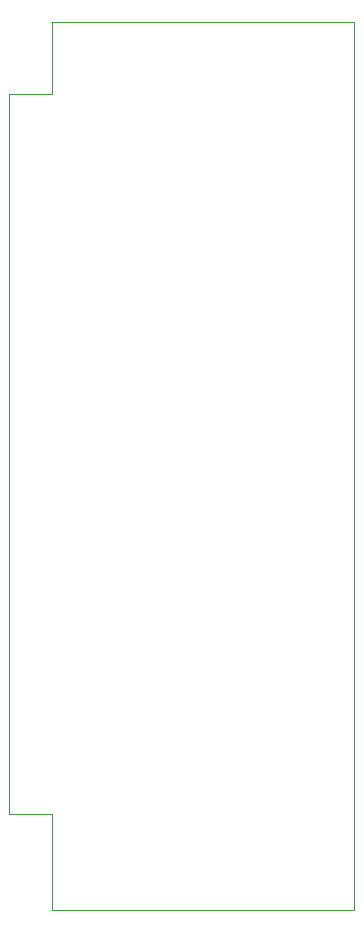
<source format=gbr>
%TF.GenerationSoftware,KiCad,Pcbnew,7.0.6-0*%
%TF.CreationDate,2023-07-28T21:35:03-06:00*%
%TF.ProjectId,PicoGUS Hand386,5069636f-4755-4532-9048-616e64333836,rev?*%
%TF.SameCoordinates,Original*%
%TF.FileFunction,Profile,NP*%
%FSLAX46Y46*%
G04 Gerber Fmt 4.6, Leading zero omitted, Abs format (unit mm)*
G04 Created by KiCad (PCBNEW 7.0.6-0) date 2023-07-28 21:35:03*
%MOMM*%
%LPD*%
G01*
G04 APERTURE LIST*
%TA.AperFunction,Profile*%
%ADD10C,0.050000*%
%TD*%
G04 APERTURE END LIST*
D10*
X145288000Y-133604000D02*
X119704000Y-133604000D01*
X119704000Y-125476000D01*
X116078000Y-125476000D01*
X116078000Y-64516000D01*
X119704000Y-64516000D01*
X119704000Y-58420000D01*
X145288000Y-58420000D01*
X145288000Y-133604000D01*
M02*

</source>
